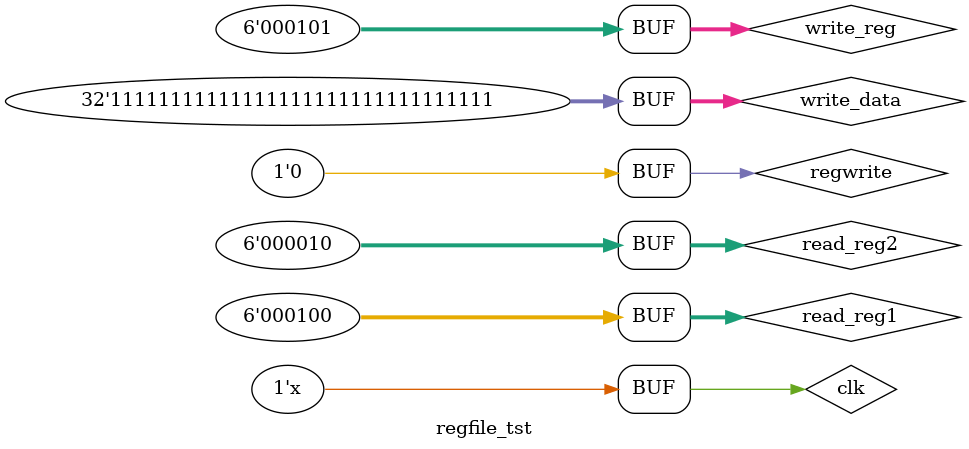
<source format=v>
`timescale 1ns / 1ps


module regfile_tst;

	// Inputs
	reg clk;
	reg regwrite;
	reg [5:0] read_reg1;
	reg [5:0] read_reg2;
	reg [5:0] write_reg;
	reg [31:0] write_data;

	// Outputs
	wire [31:0] read_data1;
	wire [31:0] read_data2;

	// Instantiate the Unit Under Test (UUT)
	registerfile uut (
		.clk(clk), 
		.regwrite(regwrite), 
		.read_reg1(read_reg1), 
		.read_reg2(read_reg2), 
		.write_reg(write_reg), 
		.write_data(write_data), 
		.read_data1(read_data1), 
		.read_data2(read_data2)
	);

	initial begin
		// Initialize Inputs
		clk = 0;
		regwrite = 1;
		read_reg1 = 1;
		read_reg2 = 2;
		write_reg = 0;
		write_data = -1;

		// Wait 100 ns for global reset to finish
		#100;
		write_reg = 4;
		read_reg1 = 4;
		#100;
		write_reg=1;
		#100
		regwrite=0;
		write_reg=5;
		// Add stimulus here

	end
	always begin
		#20;
		clk = ~clk;
	end
      
endmodule


</source>
